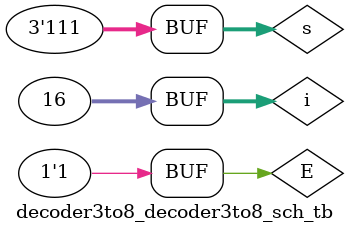
<source format=v>

`timescale 1ns / 1ps

module decoder3to8_decoder3to8_sch_tb();

// Inputs
   reg E;
   reg [2:0] s;

// Output
   wire [7:0] Y;

// Bidirs
integer i;
// Instantiate the UUT
   decoder3to8 UUT (
		.E(E), 
		.Y(Y), 
		.s(s)
   );
// Initialize Inputs

	initial begin
		E = 0;
		s = 0;
		$monitor( "en=%b, in=%d, out=%b ", E, s, Y);
		for ( i=0; i<16; i=i+1) 
      begin
			{E,s}  = i;
          #1;
      end
	end
endmodule

</source>
